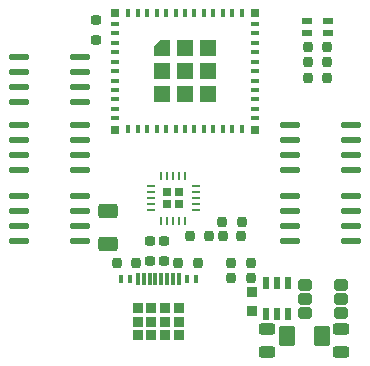
<source format=gbr>
%TF.GenerationSoftware,KiCad,Pcbnew,(6.0.5-0)*%
%TF.CreationDate,2022-05-31T15:12:58+01:00*%
%TF.ProjectId,Relay10,52656c61-7931-4302-9e6b-696361645f70,2*%
%TF.SameCoordinates,Original*%
%TF.FileFunction,Paste,Top*%
%TF.FilePolarity,Positive*%
%FSLAX46Y46*%
G04 Gerber Fmt 4.6, Leading zero omitted, Abs format (unit mm)*
G04 Created by KiCad (PCBNEW (6.0.5-0)) date 2022-05-31 15:12:58*
%MOMM*%
%LPD*%
G01*
G04 APERTURE LIST*
G04 Aperture macros list*
%AMRoundRect*
0 Rectangle with rounded corners*
0 $1 Rounding radius*
0 $2 $3 $4 $5 $6 $7 $8 $9 X,Y pos of 4 corners*
0 Add a 4 corners polygon primitive as box body*
4,1,4,$2,$3,$4,$5,$6,$7,$8,$9,$2,$3,0*
0 Add four circle primitives for the rounded corners*
1,1,$1+$1,$2,$3*
1,1,$1+$1,$4,$5*
1,1,$1+$1,$6,$7*
1,1,$1+$1,$8,$9*
0 Add four rect primitives between the rounded corners*
20,1,$1+$1,$2,$3,$4,$5,0*
20,1,$1+$1,$4,$5,$6,$7,0*
20,1,$1+$1,$6,$7,$8,$9,0*
20,1,$1+$1,$8,$9,$2,$3,0*%
%AMFreePoly0*
4,1,6,0.696000,-0.696000,-0.696000,-0.696000,-0.696000,0.118488,-0.118488,0.696000,0.696000,0.696000,0.696000,-0.696000,0.696000,-0.696000,$1*%
G04 Aperture macros list end*
%ADD10RoundRect,0.115000X0.725000X0.173000X-0.725000X0.173000X-0.725000X-0.173000X0.725000X-0.173000X0*%
%ADD11R,0.768000X0.384000*%
%ADD12R,0.384000X0.768000*%
%ADD13R,1.392000X1.392000*%
%ADD14FreePoly0,0.000000*%
%ADD15R,0.672000X0.672000*%
%ADD16RoundRect,0.186000X-0.189000X-0.189000X0.189000X-0.189000X0.189000X0.189000X-0.189000X0.189000X0*%
%ADD17RoundRect,0.048500X-0.287500X-0.071500X0.287500X-0.071500X0.287500X0.071500X-0.287500X0.071500X0*%
%ADD18RoundRect,0.057500X-0.062500X-0.278500X0.062500X-0.278500X0.062500X0.278500X-0.062500X0.278500X0*%
%ADD19RoundRect,0.184000X-0.200000X-0.272000X0.200000X-0.272000X0.200000X0.272000X-0.200000X0.272000X0*%
%ADD20RoundRect,0.184000X0.200000X0.272000X-0.200000X0.272000X-0.200000X-0.272000X0.200000X-0.272000X0*%
%ADD21RoundRect,0.115000X-0.725000X-0.173000X0.725000X-0.173000X0.725000X0.173000X-0.725000X0.173000X0*%
%ADD22RoundRect,0.232500X-0.232500X-0.232500X0.232500X-0.232500X0.232500X0.232500X-0.232500X0.232500X0*%
%ADD23R,0.420000X0.798000*%
%ADD24RoundRect,0.069000X-0.075000X-0.478200X0.075000X-0.478200X0.075000X0.478200X-0.075000X0.478200X0*%
%ADD25RoundRect,0.225000X0.615000X-0.375000X0.615000X0.375000X-0.615000X0.375000X-0.615000X-0.375000X0*%
%ADD26RoundRect,0.207000X0.249000X-0.225000X0.249000X0.225000X-0.249000X0.225000X-0.249000X-0.225000X0*%
%ADD27RoundRect,0.250000X-0.350000X-0.250000X0.350000X-0.250000X0.350000X0.250000X-0.350000X0.250000X0*%
%ADD28R,0.576000X1.056000*%
%ADD29RoundRect,0.220875X-0.463125X-0.619125X0.463125X-0.619125X0.463125X0.619125X-0.463125X0.619125X0*%
%ADD30RoundRect,0.230000X-0.466000X0.250000X-0.466000X-0.250000X0.466000X-0.250000X0.466000X0.250000X0*%
%ADD31RoundRect,0.184000X0.272000X-0.200000X0.272000X0.200000X-0.272000X0.200000X-0.272000X-0.200000X0*%
%ADD32RoundRect,0.184000X-0.272000X0.200000X-0.272000X-0.200000X0.272000X-0.200000X0.272000X0.200000X0*%
%ADD33R,0.816000X0.480000*%
G04 APERTURE END LIST*
D10*
%TO.C,U5*%
X95825000Y-38655000D03*
X95825000Y-37385000D03*
X95825000Y-36115000D03*
X95825000Y-34845000D03*
X90675000Y-34845000D03*
X90675000Y-36115000D03*
X90675000Y-37385000D03*
X90675000Y-38655000D03*
%TD*%
D11*
%TO.C,U1*%
X98850000Y-32000000D03*
X98850000Y-32800000D03*
X98850000Y-33600000D03*
X98850000Y-34400000D03*
X98850000Y-35200000D03*
X98850000Y-36000000D03*
X98850000Y-36800000D03*
X98850000Y-37600000D03*
X98850000Y-38400000D03*
X98850000Y-39200000D03*
X98850000Y-40000000D03*
D12*
X99950000Y-40900000D03*
X100750000Y-40900000D03*
X101550000Y-40900000D03*
X102350000Y-40900000D03*
X103150000Y-40900000D03*
X103950000Y-40900000D03*
X104750000Y-40900000D03*
X105550000Y-40900000D03*
X106350000Y-40900000D03*
X107150000Y-40900000D03*
X107950000Y-40900000D03*
X108750000Y-40900000D03*
X109550000Y-40900000D03*
D11*
X110650000Y-40000000D03*
X110650000Y-39200000D03*
X110650000Y-38400000D03*
X110650000Y-37600000D03*
X110650000Y-36800000D03*
X110650000Y-36000000D03*
X110650000Y-35200000D03*
X110650000Y-34400000D03*
X110650000Y-33600000D03*
X110650000Y-32800000D03*
X110650000Y-32000000D03*
D12*
X109550000Y-31100000D03*
X108750000Y-31100000D03*
X107950000Y-31100000D03*
X107150000Y-31100000D03*
X106350000Y-31100000D03*
X105550000Y-31100000D03*
X104750000Y-31100000D03*
X103950000Y-31100000D03*
X103150000Y-31100000D03*
X102350000Y-31100000D03*
X101550000Y-31100000D03*
X100750000Y-31100000D03*
X99950000Y-31100000D03*
D13*
X104750000Y-36000000D03*
X106725000Y-34025000D03*
X102775000Y-36000000D03*
X102775000Y-37975000D03*
X104750000Y-37975000D03*
X106725000Y-36000000D03*
D14*
X102775000Y-34025000D03*
D13*
X106725000Y-37975000D03*
X104750000Y-34025000D03*
D15*
X110700000Y-31050000D03*
X110700000Y-40950000D03*
X98800000Y-40950000D03*
X98800000Y-31050000D03*
%TD*%
D16*
%TO.C,U2*%
X103250000Y-46250000D03*
X103250000Y-47250000D03*
X104250000Y-47250000D03*
X104250000Y-46250000D03*
D17*
X101850000Y-45750000D03*
X101850000Y-46250000D03*
X101850000Y-46750000D03*
X101850000Y-47250000D03*
X101850000Y-47750000D03*
D18*
X102750000Y-48650000D03*
X103250000Y-48650000D03*
X103750000Y-48650000D03*
X104250000Y-48650000D03*
X104750000Y-48650000D03*
D17*
X105650000Y-47750000D03*
X105650000Y-47250000D03*
X105650000Y-46750000D03*
X105650000Y-46250000D03*
X105650000Y-45750000D03*
D18*
X104750000Y-44850000D03*
X104250000Y-44850000D03*
X103750000Y-44850000D03*
X103250000Y-44850000D03*
X102750000Y-44850000D03*
%TD*%
D19*
%TO.C,C1*%
X107975000Y-50000000D03*
X109525000Y-50000000D03*
%TD*%
D20*
%TO.C,R5*%
X105825000Y-52250000D03*
X104175000Y-52250000D03*
%TD*%
D21*
%TO.C,U7*%
X113675000Y-40595000D03*
X113675000Y-41865000D03*
X113675000Y-43135000D03*
X113675000Y-44405000D03*
X118825000Y-44405000D03*
X118825000Y-43135000D03*
X118825000Y-41865000D03*
X118825000Y-40595000D03*
%TD*%
D19*
%TO.C,R12*%
X108675000Y-53500000D03*
X110325000Y-53500000D03*
%TD*%
D22*
%TO.C,J1*%
X103065000Y-57215000D03*
X101915000Y-57215000D03*
X104215000Y-58365000D03*
X100765000Y-58365000D03*
X100765000Y-57215000D03*
X101915000Y-58365000D03*
X104215000Y-56065000D03*
X103065000Y-58365000D03*
X104215000Y-57215000D03*
X103065000Y-56065000D03*
X100765000Y-56065000D03*
X101915000Y-56065000D03*
D23*
X99300000Y-53640000D03*
X100100000Y-53640000D03*
D24*
X101250000Y-53640000D03*
X102250000Y-53640000D03*
X102750000Y-53640000D03*
X103750000Y-53640000D03*
D23*
X105700000Y-53640000D03*
X104900000Y-53640000D03*
D24*
X104250000Y-53640000D03*
X103250000Y-53640000D03*
X101750000Y-53640000D03*
X100750000Y-53640000D03*
%TD*%
D19*
%TO.C,R11*%
X108675000Y-52250000D03*
X110325000Y-52250000D03*
%TD*%
%TO.C,R2*%
X105175000Y-50000000D03*
X106825000Y-50000000D03*
%TD*%
D10*
%TO.C,U6*%
X95825000Y-50405000D03*
X95825000Y-49135000D03*
X95825000Y-47865000D03*
X95825000Y-46595000D03*
X90675000Y-46595000D03*
X90675000Y-47865000D03*
X90675000Y-49135000D03*
X90675000Y-50405000D03*
%TD*%
D25*
%TO.C,D2*%
X98250000Y-50650000D03*
X98250000Y-47850000D03*
%TD*%
D26*
%TO.C,U8*%
X110450000Y-54725000D03*
D27*
X114950000Y-55300000D03*
X114950000Y-56450000D03*
X114950000Y-54150000D03*
X117950000Y-55300000D03*
D28*
X113500000Y-53900000D03*
D26*
X110450000Y-56275000D03*
D29*
X113347500Y-58420000D03*
D27*
X117950000Y-56450000D03*
X117950000Y-54150000D03*
D28*
X113500000Y-56600000D03*
X111600000Y-56600000D03*
D30*
X111700000Y-57850000D03*
D28*
X112550000Y-56600000D03*
X112550000Y-53900000D03*
D30*
X111700000Y-59750000D03*
X117950000Y-59750000D03*
D29*
X116312500Y-58420000D03*
D30*
X117950000Y-57850000D03*
D28*
X111600000Y-53900000D03*
%TD*%
D19*
%TO.C,R3*%
X107925000Y-48750000D03*
X109575000Y-48750000D03*
%TD*%
D20*
%TO.C,R9*%
X116775000Y-34000000D03*
X115125000Y-34000000D03*
%TD*%
D21*
%TO.C,U4*%
X113675000Y-46595000D03*
X113675000Y-47865000D03*
X113675000Y-49135000D03*
X113675000Y-50405000D03*
X118825000Y-50405000D03*
X118825000Y-49135000D03*
X118825000Y-47865000D03*
X118825000Y-46595000D03*
%TD*%
D20*
%TO.C,R8*%
X116775000Y-35250000D03*
X115125000Y-35250000D03*
%TD*%
D31*
%TO.C,R6*%
X101800000Y-52075000D03*
X101800000Y-50425000D03*
%TD*%
D32*
%TO.C,R1*%
X97250000Y-33325000D03*
X97250000Y-31675000D03*
%TD*%
%TO.C,R7*%
X103000000Y-50425000D03*
X103000000Y-52075000D03*
%TD*%
D33*
%TO.C,D1*%
X115075000Y-31800000D03*
X116825000Y-31800000D03*
X116825000Y-32800000D03*
X115075000Y-32800000D03*
%TD*%
D20*
%TO.C,R4*%
X100625000Y-52250000D03*
X98975000Y-52250000D03*
%TD*%
%TO.C,R10*%
X116775000Y-36550000D03*
X115125000Y-36550000D03*
%TD*%
D10*
%TO.C,U3*%
X95825000Y-44405000D03*
X95825000Y-43135000D03*
X95825000Y-41865000D03*
X95825000Y-40595000D03*
X90675000Y-40595000D03*
X90675000Y-41865000D03*
X90675000Y-43135000D03*
X90675000Y-44405000D03*
%TD*%
M02*

</source>
